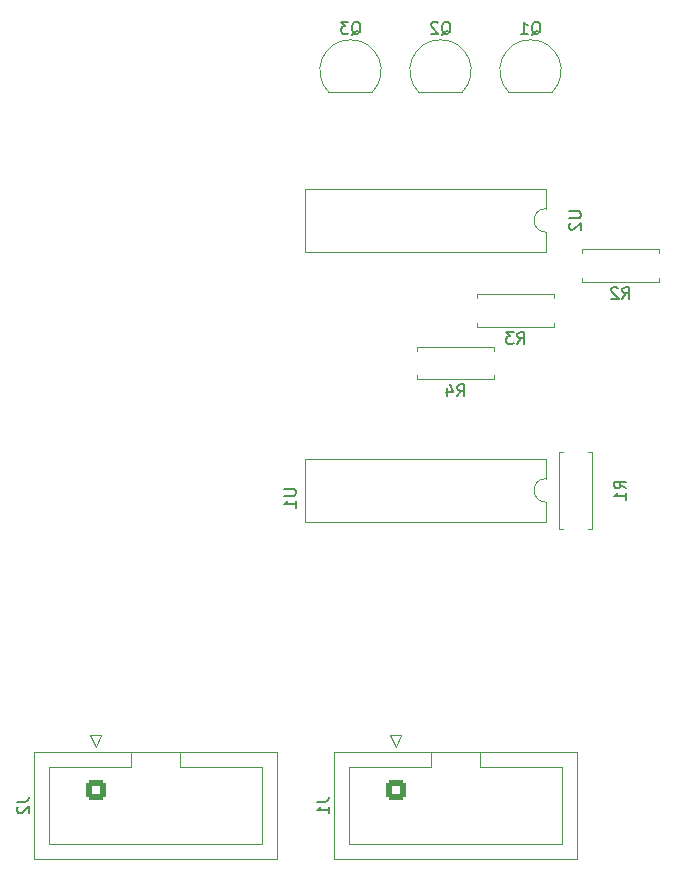
<source format=gbo>
%TF.GenerationSoftware,KiCad,Pcbnew,(6.0.1)*%
%TF.CreationDate,2023-02-19T21:20:49+01:00*%
%TF.ProjectId,fm_radio_panel,666d5f72-6164-4696-9f5f-70616e656c2e,rev?*%
%TF.SameCoordinates,Original*%
%TF.FileFunction,Legend,Bot*%
%TF.FilePolarity,Positive*%
%FSLAX46Y46*%
G04 Gerber Fmt 4.6, Leading zero omitted, Abs format (unit mm)*
G04 Created by KiCad (PCBNEW (6.0.1)) date 2023-02-19 21:20:49*
%MOMM*%
%LPD*%
G01*
G04 APERTURE LIST*
G04 Aperture macros list*
%AMRoundRect*
0 Rectangle with rounded corners*
0 $1 Rounding radius*
0 $2 $3 $4 $5 $6 $7 $8 $9 X,Y pos of 4 corners*
0 Add a 4 corners polygon primitive as box body*
4,1,4,$2,$3,$4,$5,$6,$7,$8,$9,$2,$3,0*
0 Add four circle primitives for the rounded corners*
1,1,$1+$1,$2,$3*
1,1,$1+$1,$4,$5*
1,1,$1+$1,$6,$7*
1,1,$1+$1,$8,$9*
0 Add four rect primitives between the rounded corners*
20,1,$1+$1,$2,$3,$4,$5,0*
20,1,$1+$1,$4,$5,$6,$7,0*
20,1,$1+$1,$6,$7,$8,$9,0*
20,1,$1+$1,$8,$9,$2,$3,0*%
G04 Aperture macros list end*
%ADD10C,0.150000*%
%ADD11C,0.120000*%
%ADD12O,3.048000X1.850000*%
%ADD13C,4.000000*%
%ADD14C,1.800000*%
%ADD15R,2.000000X2.000000*%
%ADD16C,2.000000*%
%ADD17R,3.200000X2.000000*%
%ADD18C,16.000000*%
%ADD19C,3.200000*%
%ADD20C,1.600000*%
%ADD21O,1.600000X1.600000*%
%ADD22R,1.800000X1.800000*%
%ADD23C,1.700000*%
%ADD24RoundRect,0.250000X-0.600000X0.600000X-0.600000X-0.600000X0.600000X-0.600000X0.600000X0.600000X0*%
%ADD25R,1.050000X1.500000*%
%ADD26O,1.050000X1.500000*%
%ADD27R,1.600000X1.600000*%
G04 APERTURE END LIST*
D10*
%TO.C,R1*%
X316682380Y-142073333D02*
X316206190Y-141740000D01*
X316682380Y-141501904D02*
X315682380Y-141501904D01*
X315682380Y-141882857D01*
X315730000Y-141978095D01*
X315777619Y-142025714D01*
X315872857Y-142073333D01*
X316015714Y-142073333D01*
X316110952Y-142025714D01*
X316158571Y-141978095D01*
X316206190Y-141882857D01*
X316206190Y-141501904D01*
X316682380Y-143025714D02*
X316682380Y-142454285D01*
X316682380Y-142740000D02*
X315682380Y-142740000D01*
X315825238Y-142644761D01*
X315920476Y-142549523D01*
X315968095Y-142454285D01*
%TO.C,R2*%
X316396666Y-126012380D02*
X316730000Y-125536190D01*
X316968095Y-126012380D02*
X316968095Y-125012380D01*
X316587142Y-125012380D01*
X316491904Y-125060000D01*
X316444285Y-125107619D01*
X316396666Y-125202857D01*
X316396666Y-125345714D01*
X316444285Y-125440952D01*
X316491904Y-125488571D01*
X316587142Y-125536190D01*
X316968095Y-125536190D01*
X316015714Y-125107619D02*
X315968095Y-125060000D01*
X315872857Y-125012380D01*
X315634761Y-125012380D01*
X315539523Y-125060000D01*
X315491904Y-125107619D01*
X315444285Y-125202857D01*
X315444285Y-125298095D01*
X315491904Y-125440952D01*
X316063333Y-126012380D01*
X315444285Y-126012380D01*
%TO.C,J2*%
X265132380Y-168576666D02*
X265846666Y-168576666D01*
X265989523Y-168529047D01*
X266084761Y-168433809D01*
X266132380Y-168290952D01*
X266132380Y-168195714D01*
X265227619Y-169005238D02*
X265180000Y-169052857D01*
X265132380Y-169148095D01*
X265132380Y-169386190D01*
X265180000Y-169481428D01*
X265227619Y-169529047D01*
X265322857Y-169576666D01*
X265418095Y-169576666D01*
X265560952Y-169529047D01*
X266132380Y-168957619D01*
X266132380Y-169576666D01*
%TO.C,Q2*%
X301085238Y-103667619D02*
X301180476Y-103620000D01*
X301275714Y-103524761D01*
X301418571Y-103381904D01*
X301513809Y-103334285D01*
X301609047Y-103334285D01*
X301561428Y-103572380D02*
X301656666Y-103524761D01*
X301751904Y-103429523D01*
X301799523Y-103239047D01*
X301799523Y-102905714D01*
X301751904Y-102715238D01*
X301656666Y-102620000D01*
X301561428Y-102572380D01*
X301370952Y-102572380D01*
X301275714Y-102620000D01*
X301180476Y-102715238D01*
X301132857Y-102905714D01*
X301132857Y-103239047D01*
X301180476Y-103429523D01*
X301275714Y-103524761D01*
X301370952Y-103572380D01*
X301561428Y-103572380D01*
X300751904Y-102667619D02*
X300704285Y-102620000D01*
X300609047Y-102572380D01*
X300370952Y-102572380D01*
X300275714Y-102620000D01*
X300228095Y-102667619D01*
X300180476Y-102762857D01*
X300180476Y-102858095D01*
X300228095Y-103000952D01*
X300799523Y-103572380D01*
X300180476Y-103572380D01*
%TO.C,Q3*%
X293465238Y-103667619D02*
X293560476Y-103620000D01*
X293655714Y-103524761D01*
X293798571Y-103381904D01*
X293893809Y-103334285D01*
X293989047Y-103334285D01*
X293941428Y-103572380D02*
X294036666Y-103524761D01*
X294131904Y-103429523D01*
X294179523Y-103239047D01*
X294179523Y-102905714D01*
X294131904Y-102715238D01*
X294036666Y-102620000D01*
X293941428Y-102572380D01*
X293750952Y-102572380D01*
X293655714Y-102620000D01*
X293560476Y-102715238D01*
X293512857Y-102905714D01*
X293512857Y-103239047D01*
X293560476Y-103429523D01*
X293655714Y-103524761D01*
X293750952Y-103572380D01*
X293941428Y-103572380D01*
X293179523Y-102572380D02*
X292560476Y-102572380D01*
X292893809Y-102953333D01*
X292750952Y-102953333D01*
X292655714Y-103000952D01*
X292608095Y-103048571D01*
X292560476Y-103143809D01*
X292560476Y-103381904D01*
X292608095Y-103477142D01*
X292655714Y-103524761D01*
X292750952Y-103572380D01*
X293036666Y-103572380D01*
X293131904Y-103524761D01*
X293179523Y-103477142D01*
%TO.C,R3*%
X307506666Y-129822380D02*
X307840000Y-129346190D01*
X308078095Y-129822380D02*
X308078095Y-128822380D01*
X307697142Y-128822380D01*
X307601904Y-128870000D01*
X307554285Y-128917619D01*
X307506666Y-129012857D01*
X307506666Y-129155714D01*
X307554285Y-129250952D01*
X307601904Y-129298571D01*
X307697142Y-129346190D01*
X308078095Y-129346190D01*
X307173333Y-128822380D02*
X306554285Y-128822380D01*
X306887619Y-129203333D01*
X306744761Y-129203333D01*
X306649523Y-129250952D01*
X306601904Y-129298571D01*
X306554285Y-129393809D01*
X306554285Y-129631904D01*
X306601904Y-129727142D01*
X306649523Y-129774761D01*
X306744761Y-129822380D01*
X307030476Y-129822380D01*
X307125714Y-129774761D01*
X307173333Y-129727142D01*
%TO.C,J1*%
X290532380Y-168576666D02*
X291246666Y-168576666D01*
X291389523Y-168529047D01*
X291484761Y-168433809D01*
X291532380Y-168290952D01*
X291532380Y-168195714D01*
X291532380Y-169576666D02*
X291532380Y-169005238D01*
X291532380Y-169290952D02*
X290532380Y-169290952D01*
X290675238Y-169195714D01*
X290770476Y-169100476D01*
X290818095Y-169005238D01*
%TO.C,R4*%
X302426666Y-134267380D02*
X302760000Y-133791190D01*
X302998095Y-134267380D02*
X302998095Y-133267380D01*
X302617142Y-133267380D01*
X302521904Y-133315000D01*
X302474285Y-133362619D01*
X302426666Y-133457857D01*
X302426666Y-133600714D01*
X302474285Y-133695952D01*
X302521904Y-133743571D01*
X302617142Y-133791190D01*
X302998095Y-133791190D01*
X301569523Y-133600714D02*
X301569523Y-134267380D01*
X301807619Y-133219761D02*
X302045714Y-133934047D01*
X301426666Y-133934047D01*
%TO.C,U1*%
X287742380Y-142113095D02*
X288551904Y-142113095D01*
X288647142Y-142160714D01*
X288694761Y-142208333D01*
X288742380Y-142303571D01*
X288742380Y-142494047D01*
X288694761Y-142589285D01*
X288647142Y-142636904D01*
X288551904Y-142684523D01*
X287742380Y-142684523D01*
X288742380Y-143684523D02*
X288742380Y-143113095D01*
X288742380Y-143398809D02*
X287742380Y-143398809D01*
X287885238Y-143303571D01*
X287980476Y-143208333D01*
X288028095Y-143113095D01*
%TO.C,Q1*%
X308705238Y-103667619D02*
X308800476Y-103620000D01*
X308895714Y-103524761D01*
X309038571Y-103381904D01*
X309133809Y-103334285D01*
X309229047Y-103334285D01*
X309181428Y-103572380D02*
X309276666Y-103524761D01*
X309371904Y-103429523D01*
X309419523Y-103239047D01*
X309419523Y-102905714D01*
X309371904Y-102715238D01*
X309276666Y-102620000D01*
X309181428Y-102572380D01*
X308990952Y-102572380D01*
X308895714Y-102620000D01*
X308800476Y-102715238D01*
X308752857Y-102905714D01*
X308752857Y-103239047D01*
X308800476Y-103429523D01*
X308895714Y-103524761D01*
X308990952Y-103572380D01*
X309181428Y-103572380D01*
X307800476Y-103572380D02*
X308371904Y-103572380D01*
X308086190Y-103572380D02*
X308086190Y-102572380D01*
X308181428Y-102715238D01*
X308276666Y-102810476D01*
X308371904Y-102858095D01*
%TO.C,U2*%
X311872380Y-118618095D02*
X312681904Y-118618095D01*
X312777142Y-118665714D01*
X312824761Y-118713333D01*
X312872380Y-118808571D01*
X312872380Y-118999047D01*
X312824761Y-119094285D01*
X312777142Y-119141904D01*
X312681904Y-119189523D01*
X311872380Y-119189523D01*
X311967619Y-119618095D02*
X311920000Y-119665714D01*
X311872380Y-119760952D01*
X311872380Y-119999047D01*
X311920000Y-120094285D01*
X311967619Y-120141904D01*
X312062857Y-120189523D01*
X312158095Y-120189523D01*
X312300952Y-120141904D01*
X312872380Y-119570476D01*
X312872380Y-120189523D01*
D11*
%TO.C,R1*%
X311050000Y-145510000D02*
X311380000Y-145510000D01*
X313790000Y-145510000D02*
X313460000Y-145510000D01*
X313460000Y-138970000D02*
X313790000Y-138970000D01*
X313790000Y-138970000D02*
X313790000Y-145510000D01*
X311380000Y-138970000D02*
X311050000Y-138970000D01*
X311050000Y-138970000D02*
X311050000Y-145510000D01*
%TO.C,R2*%
X312960000Y-121820000D02*
X319500000Y-121820000D01*
X312960000Y-124230000D02*
X312960000Y-124560000D01*
X319500000Y-121820000D02*
X319500000Y-122150000D01*
X319500000Y-124560000D02*
X319500000Y-124230000D01*
X312960000Y-124560000D02*
X319500000Y-124560000D01*
X312960000Y-122150000D02*
X312960000Y-121820000D01*
%TO.C,J2*%
X285850000Y-165660000D02*
X278910000Y-165660000D01*
X274810000Y-164350000D02*
X274810000Y-165660000D01*
X267870000Y-165660000D02*
X267870000Y-172160000D01*
X278910000Y-165660000D02*
X278910000Y-165660000D01*
X287150000Y-173470000D02*
X287150000Y-164350000D01*
X271780000Y-163960000D02*
X271280000Y-162960000D01*
X285850000Y-172160000D02*
X285850000Y-165660000D01*
X278910000Y-165660000D02*
X278910000Y-164350000D01*
X266570000Y-173470000D02*
X287150000Y-173470000D01*
X287150000Y-164350000D02*
X266570000Y-164350000D01*
X274810000Y-165660000D02*
X267870000Y-165660000D01*
X266570000Y-164350000D02*
X266570000Y-173470000D01*
X271280000Y-162960000D02*
X272280000Y-162960000D01*
X267870000Y-172160000D02*
X285850000Y-172160000D01*
X272280000Y-162960000D02*
X271780000Y-163960000D01*
%TO.C,Q2*%
X302790000Y-108530000D02*
X299190000Y-108530000D01*
X300990000Y-104079999D02*
G75*
G03*
X299151522Y-108518478I0J-2600001D01*
G01*
X302828478Y-108518478D02*
G75*
G03*
X300990000Y-104080000I-1838478J1838478D01*
G01*
%TO.C,Q3*%
X295170000Y-108530000D02*
X291570000Y-108530000D01*
X295208478Y-108518478D02*
G75*
G03*
X293370000Y-104080000I-1838478J1838478D01*
G01*
X293370000Y-104079999D02*
G75*
G03*
X291531522Y-108518478I0J-2600001D01*
G01*
%TO.C,R3*%
X304070000Y-128040000D02*
X304070000Y-128370000D01*
X310610000Y-125630000D02*
X310610000Y-125960000D01*
X304070000Y-128370000D02*
X310610000Y-128370000D01*
X304070000Y-125960000D02*
X304070000Y-125630000D01*
X310610000Y-128370000D02*
X310610000Y-128040000D01*
X304070000Y-125630000D02*
X310610000Y-125630000D01*
%TO.C,J1*%
X311250000Y-172160000D02*
X311250000Y-165660000D01*
X304310000Y-165660000D02*
X304310000Y-164350000D01*
X297180000Y-163960000D02*
X296680000Y-162960000D01*
X312550000Y-173470000D02*
X312550000Y-164350000D01*
X293270000Y-165660000D02*
X293270000Y-172160000D01*
X291970000Y-164350000D02*
X291970000Y-173470000D01*
X296680000Y-162960000D02*
X297680000Y-162960000D01*
X297680000Y-162960000D02*
X297180000Y-163960000D01*
X311250000Y-165660000D02*
X304310000Y-165660000D01*
X291970000Y-173470000D02*
X312550000Y-173470000D01*
X300210000Y-164350000D02*
X300210000Y-165660000D01*
X300210000Y-165660000D02*
X293270000Y-165660000D01*
X312550000Y-164350000D02*
X291970000Y-164350000D01*
X304310000Y-165660000D02*
X304310000Y-165660000D01*
X293270000Y-172160000D02*
X311250000Y-172160000D01*
%TO.C,R4*%
X305530000Y-130075000D02*
X305530000Y-130405000D01*
X305530000Y-132815000D02*
X305530000Y-132485000D01*
X298990000Y-130405000D02*
X298990000Y-130075000D01*
X298990000Y-130075000D02*
X305530000Y-130075000D01*
X298990000Y-132815000D02*
X305530000Y-132815000D01*
X298990000Y-132485000D02*
X298990000Y-132815000D01*
%TO.C,U1*%
X309925000Y-143230000D02*
X309925000Y-144880000D01*
X289485000Y-144880000D02*
X289485000Y-139580000D01*
X309925000Y-139580000D02*
X309925000Y-141230000D01*
X309925000Y-144880000D02*
X289485000Y-144880000D01*
X289485000Y-139580000D02*
X309925000Y-139580000D01*
X309925000Y-141230000D02*
G75*
G03*
X309925000Y-143230000I0J-1000000D01*
G01*
%TO.C,Q1*%
X310410000Y-108530000D02*
X306810000Y-108530000D01*
X310448478Y-108518478D02*
G75*
G03*
X308610000Y-104080000I-1838478J1838478D01*
G01*
X308610000Y-104079999D02*
G75*
G03*
X306771522Y-108518478I0J-2600001D01*
G01*
%TO.C,U2*%
X309925000Y-116720000D02*
X309925000Y-118370000D01*
X309925000Y-122020000D02*
X289485000Y-122020000D01*
X289485000Y-116720000D02*
X309925000Y-116720000D01*
X289485000Y-122020000D02*
X289485000Y-116720000D01*
X309925000Y-120370000D02*
X309925000Y-122020000D01*
X309925000Y-118370000D02*
G75*
G03*
X309925000Y-120370000I0J-1000000D01*
G01*
%TD*%
%LPC*%
D12*
%TO.C,SW5*%
X240140000Y-167680000D03*
X252640000Y-167680000D03*
X240140000Y-172680000D03*
X252640000Y-172680000D03*
%TD*%
%TO.C,SW4*%
X219820000Y-167680000D03*
X232320000Y-167680000D03*
X219820000Y-172680000D03*
X232320000Y-172680000D03*
%TD*%
%TO.C,SW3*%
X199500000Y-167680000D03*
X212000000Y-167680000D03*
X199500000Y-172680000D03*
X212000000Y-172680000D03*
%TD*%
%TO.C,SW2*%
X179180000Y-167680000D03*
X191680000Y-167680000D03*
X179180000Y-172680000D03*
X191680000Y-172680000D03*
%TD*%
D13*
%TO.C,SW6*%
X120330000Y-174580000D03*
X120330000Y-165780000D03*
D14*
X113330000Y-172680000D03*
X113330000Y-170180000D03*
X113330000Y-167680000D03*
%TD*%
D15*
%TO.C,RV1*%
X74030000Y-167680000D03*
D16*
X74030000Y-172680000D03*
X74030000Y-170180000D03*
D17*
X81530000Y-164580000D03*
X81530000Y-175780000D03*
D16*
X88530000Y-172680000D03*
X88530000Y-167680000D03*
%TD*%
D18*
%TO.C,REF\u002A\u002A*%
X330200000Y-170180000D03*
%TD*%
D19*
%TO.C,H4*%
X45720000Y-104140000D03*
%TD*%
%TO.C,H3*%
X355600000Y-170180000D03*
%TD*%
%TO.C,H2*%
X45720000Y-170180000D03*
%TD*%
%TO.C,H1*%
X355600000Y-104140000D03*
%TD*%
D20*
%TO.C,R1*%
X312420000Y-138430000D03*
D21*
X312420000Y-146050000D03*
%TD*%
D20*
%TO.C,R2*%
X312420000Y-123190000D03*
D21*
X320040000Y-123190000D03*
%TD*%
D14*
%TO.C,D30*%
X149860000Y-114300000D03*
D22*
X149860000Y-116840000D03*
%TD*%
D14*
%TO.C,D55*%
X210820000Y-127000000D03*
D22*
X210820000Y-129540000D03*
%TD*%
D14*
%TO.C,D65*%
X241300000Y-101600000D03*
D22*
X241300000Y-104140000D03*
%TD*%
D14*
%TO.C,D47*%
X190500000Y-127000000D03*
D22*
X190500000Y-129540000D03*
%TD*%
D14*
%TO.C,D2*%
X78740000Y-114300000D03*
D22*
X78740000Y-116840000D03*
%TD*%
D14*
%TO.C,D31*%
X149860000Y-127000000D03*
D22*
X149860000Y-129540000D03*
%TD*%
D14*
%TO.C,D53*%
X210820000Y-101600000D03*
D22*
X210820000Y-104140000D03*
%TD*%
D14*
%TO.C,D44*%
X180340000Y-142240000D03*
D22*
X180340000Y-144780000D03*
%TD*%
D14*
%TO.C,D13*%
X109220000Y-101600000D03*
D22*
X109220000Y-104140000D03*
%TD*%
D12*
%TO.C,SW1*%
X171360000Y-167640000D03*
X158860000Y-167640000D03*
X171360000Y-172640000D03*
X158860000Y-172640000D03*
%TD*%
D14*
%TO.C,D8*%
X88900000Y-142240000D03*
D22*
X88900000Y-144780000D03*
%TD*%
D14*
%TO.C,D42*%
X180340000Y-114300000D03*
D22*
X180340000Y-116840000D03*
%TD*%
D14*
%TO.C,D35*%
X160020000Y-127000000D03*
D22*
X160020000Y-129540000D03*
%TD*%
D14*
%TO.C,D34*%
X160020000Y-114300000D03*
D22*
X160020000Y-116840000D03*
%TD*%
D14*
%TO.C,D51*%
X200660000Y-127000000D03*
D22*
X200660000Y-129540000D03*
%TD*%
D14*
%TO.C,D45*%
X190500000Y-101600000D03*
D22*
X190500000Y-104140000D03*
%TD*%
D14*
%TO.C,D69*%
X251460000Y-101600000D03*
D22*
X251460000Y-104140000D03*
%TD*%
D14*
%TO.C,D19*%
X119380000Y-127000000D03*
D22*
X119380000Y-129540000D03*
%TD*%
D14*
%TO.C,D3*%
X78740000Y-127000000D03*
D22*
X78740000Y-129540000D03*
%TD*%
D23*
%TO.C,J2*%
X281940000Y-170180000D03*
X281940000Y-167640000D03*
X279400000Y-170180000D03*
X279400000Y-167640000D03*
X276860000Y-170180000D03*
X276860000Y-167640000D03*
X274320000Y-170180000D03*
X274320000Y-167640000D03*
X271780000Y-170180000D03*
D24*
X271780000Y-167640000D03*
%TD*%
D25*
%TO.C,Q2*%
X302260000Y-106680000D03*
D26*
X300990000Y-106680000D03*
X299720000Y-106680000D03*
%TD*%
D14*
%TO.C,D1*%
X78740000Y-101600000D03*
D22*
X78740000Y-104140000D03*
%TD*%
D14*
%TO.C,D59*%
X220980000Y-127000000D03*
D22*
X220980000Y-129540000D03*
%TD*%
D14*
%TO.C,D54*%
X210820000Y-114300000D03*
D22*
X210820000Y-116840000D03*
%TD*%
D14*
%TO.C,D26*%
X139700000Y-114300000D03*
D22*
X139700000Y-116840000D03*
%TD*%
D14*
%TO.C,D48*%
X190500000Y-142240000D03*
D22*
X190500000Y-144780000D03*
%TD*%
D14*
%TO.C,D17*%
X119380000Y-101600000D03*
D22*
X119380000Y-104140000D03*
%TD*%
D14*
%TO.C,D38*%
X170180000Y-114300000D03*
D22*
X170180000Y-116840000D03*
%TD*%
D14*
%TO.C,D76*%
X261620000Y-142240000D03*
D22*
X261620000Y-144780000D03*
%TD*%
D14*
%TO.C,D43*%
X180340000Y-127000000D03*
D22*
X180340000Y-129540000D03*
%TD*%
D25*
%TO.C,Q3*%
X294640000Y-106680000D03*
D26*
X293370000Y-106680000D03*
X292100000Y-106680000D03*
%TD*%
D14*
%TO.C,D78*%
X271780000Y-114300000D03*
D22*
X271780000Y-116840000D03*
%TD*%
D14*
%TO.C,D15*%
X109220000Y-127000000D03*
D22*
X109220000Y-129540000D03*
%TD*%
D14*
%TO.C,D6*%
X88900000Y-114300000D03*
D22*
X88900000Y-116840000D03*
%TD*%
D14*
%TO.C,D18*%
X119380000Y-114300000D03*
D22*
X119380000Y-116840000D03*
%TD*%
D14*
%TO.C,D14*%
X109220000Y-114300000D03*
D22*
X109220000Y-116840000D03*
%TD*%
D20*
%TO.C,R3*%
X303530000Y-127000000D03*
D21*
X311150000Y-127000000D03*
%TD*%
D14*
%TO.C,D61*%
X231140000Y-101600000D03*
D22*
X231140000Y-104140000D03*
%TD*%
D14*
%TO.C,D49*%
X200660000Y-101600000D03*
D22*
X200660000Y-104140000D03*
%TD*%
D14*
%TO.C,D23*%
X129540000Y-127000000D03*
D22*
X129540000Y-129540000D03*
%TD*%
D14*
%TO.C,D32*%
X149860000Y-142240000D03*
D22*
X149860000Y-144780000D03*
%TD*%
D14*
%TO.C,D68*%
X241300000Y-142240000D03*
D22*
X241300000Y-144780000D03*
%TD*%
D14*
%TO.C,D57*%
X220980000Y-101600000D03*
D22*
X220980000Y-104140000D03*
%TD*%
D14*
%TO.C,D66*%
X241300000Y-114300000D03*
D22*
X241300000Y-116840000D03*
%TD*%
D14*
%TO.C,D21*%
X129540000Y-101600000D03*
D22*
X129540000Y-104140000D03*
%TD*%
D23*
%TO.C,J1*%
X307340000Y-170180000D03*
X307340000Y-167640000D03*
X304800000Y-170180000D03*
X304800000Y-167640000D03*
X302260000Y-170180000D03*
X302260000Y-167640000D03*
X299720000Y-170180000D03*
X299720000Y-167640000D03*
X297180000Y-170180000D03*
D24*
X297180000Y-167640000D03*
%TD*%
D14*
%TO.C,D74*%
X261620000Y-114300000D03*
D22*
X261620000Y-116840000D03*
%TD*%
D14*
%TO.C,D9*%
X99060000Y-101600000D03*
D22*
X99060000Y-104140000D03*
%TD*%
D14*
%TO.C,D12*%
X99060000Y-142240000D03*
D22*
X99060000Y-144780000D03*
%TD*%
D14*
%TO.C,D4*%
X78740000Y-142240000D03*
D22*
X78740000Y-144780000D03*
%TD*%
D20*
%TO.C,R4*%
X298450000Y-131445000D03*
D21*
X306070000Y-131445000D03*
%TD*%
D27*
%TO.C,U1*%
X308595000Y-146040000D03*
D21*
X306055000Y-146040000D03*
X303515000Y-146040000D03*
X300975000Y-146040000D03*
X298435000Y-146040000D03*
X295895000Y-146040000D03*
X293355000Y-146040000D03*
X290815000Y-146040000D03*
X290815000Y-138420000D03*
X293355000Y-138420000D03*
X295895000Y-138420000D03*
X298435000Y-138420000D03*
X300975000Y-138420000D03*
X303515000Y-138420000D03*
X306055000Y-138420000D03*
X308595000Y-138420000D03*
%TD*%
D25*
%TO.C,Q1*%
X309880000Y-106680000D03*
D26*
X308610000Y-106680000D03*
X307340000Y-106680000D03*
%TD*%
D14*
%TO.C,D20*%
X119380000Y-142240000D03*
D22*
X119380000Y-144780000D03*
%TD*%
D14*
%TO.C,D29*%
X149860000Y-101600000D03*
D22*
X149860000Y-104140000D03*
%TD*%
D14*
%TO.C,D77*%
X271780000Y-101600000D03*
D22*
X271780000Y-104140000D03*
%TD*%
D14*
%TO.C,D22*%
X129540000Y-114300000D03*
D22*
X129540000Y-116840000D03*
%TD*%
D14*
%TO.C,D80*%
X271780000Y-142240000D03*
D22*
X271780000Y-144780000D03*
%TD*%
D14*
%TO.C,D60*%
X220980000Y-142240000D03*
D22*
X220980000Y-144780000D03*
%TD*%
D14*
%TO.C,D75*%
X261620000Y-127000000D03*
D22*
X261620000Y-129540000D03*
%TD*%
D14*
%TO.C,D40*%
X170180000Y-142240000D03*
D22*
X170180000Y-144780000D03*
%TD*%
D14*
%TO.C,D41*%
X180340000Y-101600000D03*
D22*
X180340000Y-104140000D03*
%TD*%
D14*
%TO.C,D36*%
X160020000Y-142240000D03*
D22*
X160020000Y-144780000D03*
%TD*%
D14*
%TO.C,D73*%
X261620000Y-101600000D03*
D22*
X261620000Y-104140000D03*
%TD*%
D14*
%TO.C,D62*%
X231140000Y-114300000D03*
D22*
X231140000Y-116840000D03*
%TD*%
D14*
%TO.C,D27*%
X139700000Y-127000000D03*
D22*
X139700000Y-129540000D03*
%TD*%
D14*
%TO.C,D52*%
X200660000Y-142240000D03*
D22*
X200660000Y-144780000D03*
%TD*%
D14*
%TO.C,D63*%
X231140000Y-127000000D03*
D22*
X231140000Y-129540000D03*
%TD*%
D14*
%TO.C,D25*%
X139700000Y-101600000D03*
D22*
X139700000Y-104140000D03*
%TD*%
D14*
%TO.C,D28*%
X139700000Y-142240000D03*
D22*
X139700000Y-144780000D03*
%TD*%
D14*
%TO.C,D7*%
X88900000Y-127000000D03*
D22*
X88900000Y-129540000D03*
%TD*%
D14*
%TO.C,D46*%
X190500000Y-114300000D03*
D22*
X190500000Y-116840000D03*
%TD*%
D14*
%TO.C,D10*%
X99060000Y-114300000D03*
D22*
X99060000Y-116840000D03*
%TD*%
D14*
%TO.C,D39*%
X170180000Y-127000000D03*
D22*
X170180000Y-129540000D03*
%TD*%
D14*
%TO.C,D11*%
X99060000Y-127000000D03*
D22*
X99060000Y-129540000D03*
%TD*%
D14*
%TO.C,D5*%
X88900000Y-101600000D03*
D22*
X88900000Y-104140000D03*
%TD*%
D14*
%TO.C,D72*%
X251460000Y-142240000D03*
D22*
X251460000Y-144780000D03*
%TD*%
D27*
%TO.C,U2*%
X308595000Y-123180000D03*
D21*
X306055000Y-123180000D03*
X303515000Y-123180000D03*
X300975000Y-123180000D03*
X298435000Y-123180000D03*
X295895000Y-123180000D03*
X293355000Y-123180000D03*
X290815000Y-123180000D03*
X290815000Y-115560000D03*
X293355000Y-115560000D03*
X295895000Y-115560000D03*
X298435000Y-115560000D03*
X300975000Y-115560000D03*
X303515000Y-115560000D03*
X306055000Y-115560000D03*
X308595000Y-115560000D03*
%TD*%
D14*
%TO.C,D33*%
X160020000Y-101600000D03*
D22*
X160020000Y-104140000D03*
%TD*%
D14*
%TO.C,D67*%
X241300000Y-127000000D03*
D22*
X241300000Y-129540000D03*
%TD*%
D14*
%TO.C,D71*%
X251460000Y-127000000D03*
D22*
X251460000Y-129540000D03*
%TD*%
D14*
%TO.C,D70*%
X251460000Y-114300000D03*
D22*
X251460000Y-116840000D03*
%TD*%
D14*
%TO.C,D37*%
X170180000Y-101600000D03*
D22*
X170180000Y-104140000D03*
%TD*%
D14*
%TO.C,D16*%
X109220000Y-142240000D03*
D22*
X109220000Y-144780000D03*
%TD*%
D14*
%TO.C,D79*%
X271780000Y-127000000D03*
D22*
X271780000Y-129540000D03*
%TD*%
D14*
%TO.C,D56*%
X210820000Y-142240000D03*
D22*
X210820000Y-144780000D03*
%TD*%
D14*
%TO.C,D58*%
X220980000Y-114300000D03*
D22*
X220980000Y-116840000D03*
%TD*%
D14*
%TO.C,D64*%
X231140000Y-142240000D03*
D22*
X231140000Y-144780000D03*
%TD*%
D14*
%TO.C,D24*%
X129540000Y-142240000D03*
D22*
X129540000Y-144780000D03*
%TD*%
D14*
%TO.C,D50*%
X200660000Y-114300000D03*
D22*
X200660000Y-116840000D03*
%TD*%
M02*

</source>
